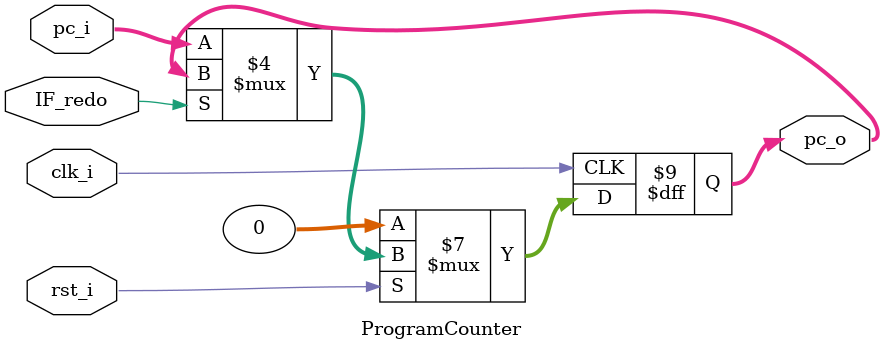
<source format=v>
`timescale 1ns/1ps

module ProgramCounter(
    input clk_i,
    input rst_i,
    input IF_redo,
    input [31:0] pc_i,
    output reg [31:0] pc_o
);

    always @(posedge clk_i) begin
        if(~rst_i)begin
            pc_o <= 32'd0 ;
        end
        else if(IF_redo)begin
            pc_o <= pc_o ;
        end
        else begin
            pc_o <= pc_i ; 
        end
    end

endmodule
</source>
